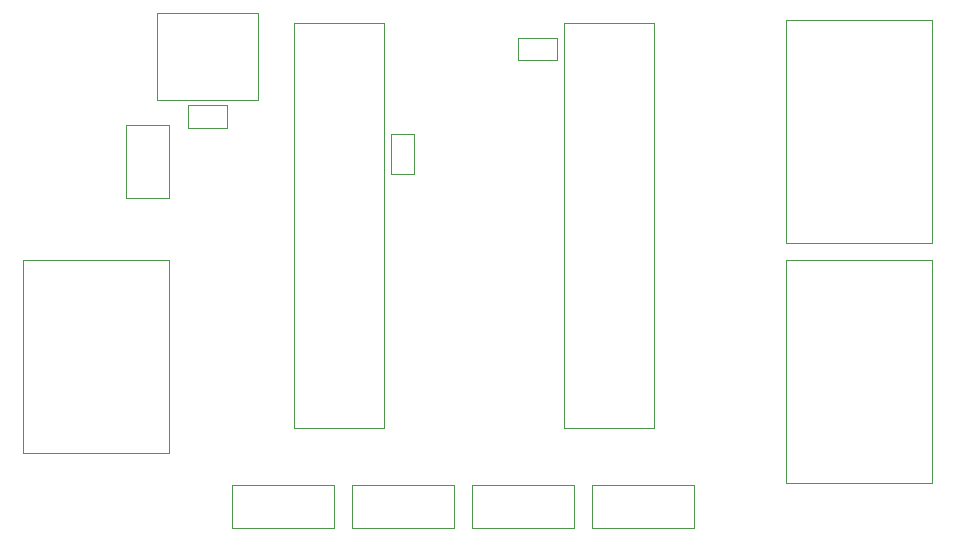
<source format=gbr>
G04 #@! TF.GenerationSoftware,KiCad,Pcbnew,5.1.7-a382d34a8~88~ubuntu20.04.1*
G04 #@! TF.CreationDate,2021-06-05T17:46:56-07:00*
G04 #@! TF.ProjectId,ft4232h-breakout,66743432-3332-4682-9d62-7265616b6f75,Jun2021*
G04 #@! TF.SameCoordinates,Original*
G04 #@! TF.FileFunction,Other,User*
%FSLAX46Y46*%
G04 Gerber Fmt 4.6, Leading zero omitted, Abs format (unit mm)*
G04 Created by KiCad (PCBNEW 5.1.7-a382d34a8~88~ubuntu20.04.1) date 2021-06-05 17:46:56*
%MOMM*%
%LPD*%
G01*
G04 APERTURE LIST*
%ADD10C,0.050000*%
%ADD11C,0.120000*%
G04 APERTURE END LIST*
D10*
G04 #@! TO.C,R1*
X94930000Y-96295000D02*
X93030000Y-96295000D01*
X93030000Y-96295000D02*
X93030000Y-92935000D01*
X93030000Y-92935000D02*
X94930000Y-92935000D01*
X94930000Y-92935000D02*
X94930000Y-96295000D01*
G04 #@! TO.C,J9*
X74190000Y-92180000D02*
X70590000Y-92180000D01*
X74190000Y-98330000D02*
X74190000Y-92180000D01*
X70590000Y-98330000D02*
X74190000Y-98330000D01*
X70590000Y-92180000D02*
X70590000Y-98330000D01*
G04 #@! TO.C,J5*
X73170000Y-90060000D02*
X81770000Y-90060000D01*
X73170000Y-82660000D02*
X73170000Y-90060000D01*
X81770000Y-82660000D02*
X73170000Y-82660000D01*
X81770000Y-90060000D02*
X81770000Y-82660000D01*
D11*
G04 #@! TO.C,X1*
X115240000Y-83490000D02*
X107620000Y-83490000D01*
X107620000Y-83490000D02*
X107620000Y-117780000D01*
X107620000Y-117780000D02*
X115240000Y-117780000D01*
X115240000Y-117780000D02*
X115240000Y-83490000D01*
X92380000Y-83490000D02*
X84760000Y-83490000D01*
X84760000Y-83490000D02*
X84760000Y-117780000D01*
X84760000Y-117780000D02*
X92380000Y-117780000D01*
X92380000Y-117780000D02*
X92380000Y-83490000D01*
D10*
G04 #@! TO.C,J8*
X74190000Y-119910000D02*
X74190000Y-103610000D01*
X74190000Y-103610000D02*
X61840000Y-103610000D01*
X61840000Y-103610000D02*
X61840000Y-119910000D01*
X61840000Y-119910000D02*
X74190000Y-119910000D01*
G04 #@! TO.C,J7*
X138820000Y-103610000D02*
X126470000Y-103610000D01*
X138820000Y-122460000D02*
X138820000Y-103610000D01*
X126470000Y-122460000D02*
X138820000Y-122460000D01*
X126470000Y-103610000D02*
X126470000Y-122460000D01*
G04 #@! TO.C,J6*
X138820000Y-83290000D02*
X126470000Y-83290000D01*
X138820000Y-102140000D02*
X138820000Y-83290000D01*
X126470000Y-102140000D02*
X138820000Y-102140000D01*
X126470000Y-83290000D02*
X126470000Y-102140000D01*
G04 #@! TO.C,J4*
X88160000Y-122660000D02*
X79510000Y-122660000D01*
X79510000Y-122660000D02*
X79510000Y-126260000D01*
X79510000Y-126260000D02*
X88160000Y-126260000D01*
X88160000Y-126260000D02*
X88160000Y-122660000D01*
G04 #@! TO.C,J3*
X98320000Y-122660000D02*
X89670000Y-122660000D01*
X89670000Y-122660000D02*
X89670000Y-126260000D01*
X89670000Y-126260000D02*
X98320000Y-126260000D01*
X98320000Y-126260000D02*
X98320000Y-122660000D01*
G04 #@! TO.C,J2*
X108480000Y-122660000D02*
X99830000Y-122660000D01*
X99830000Y-122660000D02*
X99830000Y-126260000D01*
X99830000Y-126260000D02*
X108480000Y-126260000D01*
X108480000Y-126260000D02*
X108480000Y-122660000D01*
G04 #@! TO.C,J1*
X118640000Y-122660000D02*
X109990000Y-122660000D01*
X109990000Y-122660000D02*
X109990000Y-126260000D01*
X109990000Y-126260000D02*
X118640000Y-126260000D01*
X118640000Y-126260000D02*
X118640000Y-122660000D01*
G04 #@! TO.C,C5*
X79150000Y-90490000D02*
X79150000Y-92390000D01*
X79150000Y-92390000D02*
X75790000Y-92390000D01*
X75790000Y-92390000D02*
X75790000Y-90490000D01*
X75790000Y-90490000D02*
X79150000Y-90490000D01*
G04 #@! TO.C,C1*
X103730000Y-86675000D02*
X103730000Y-84775000D01*
X103730000Y-84775000D02*
X107090000Y-84775000D01*
X107090000Y-84775000D02*
X107090000Y-86675000D01*
X107090000Y-86675000D02*
X103730000Y-86675000D01*
G04 #@! TD*
M02*

</source>
